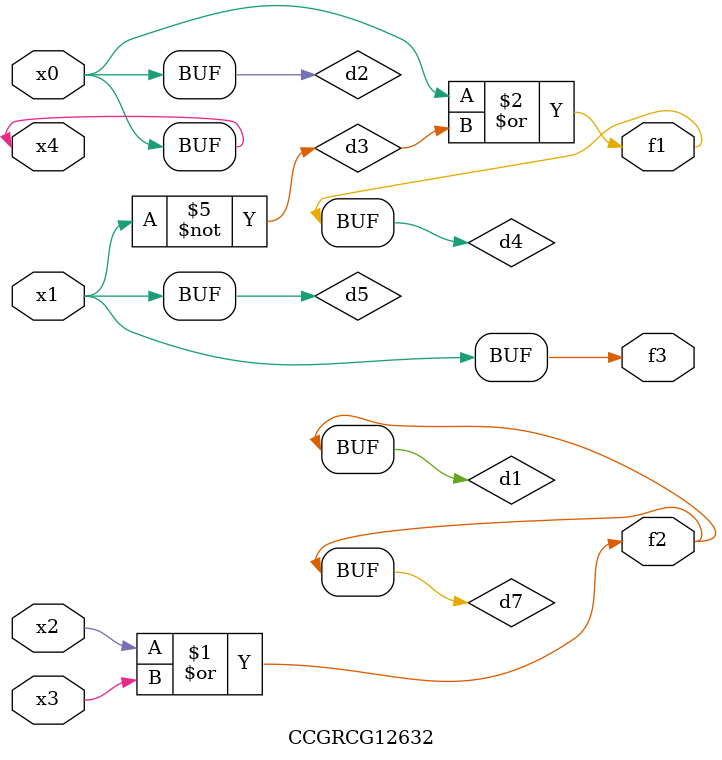
<source format=v>
module CCGRCG12632(
	input x0, x1, x2, x3, x4,
	output f1, f2, f3
);

	wire d1, d2, d3, d4, d5, d6, d7;

	or (d1, x2, x3);
	buf (d2, x0, x4);
	not (d3, x1);
	or (d4, d2, d3);
	not (d5, d3);
	nand (d6, d1, d3);
	or (d7, d1);
	assign f1 = d4;
	assign f2 = d7;
	assign f3 = d5;
endmodule

</source>
